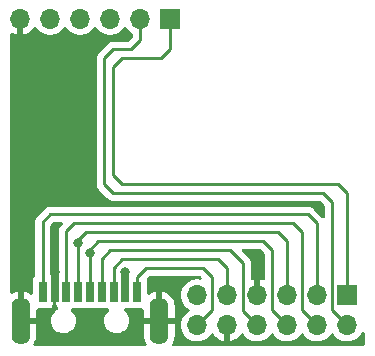
<source format=gtl>
G04 #@! TF.GenerationSoftware,KiCad,Pcbnew,(6.0.4)*
G04 #@! TF.CreationDate,2022-03-24T17:43:08+01:00*
G04 #@! TF.ProjectId,MT32pi-MiSTer,4d543332-7069-42d4-9d69-535465722e6b,rev?*
G04 #@! TF.SameCoordinates,Original*
G04 #@! TF.FileFunction,Copper,L1,Top*
G04 #@! TF.FilePolarity,Positive*
%FSLAX46Y46*%
G04 Gerber Fmt 4.6, Leading zero omitted, Abs format (unit mm)*
G04 Created by KiCad (PCBNEW (6.0.4)) date 2022-03-24 17:43:08*
%MOMM*%
%LPD*%
G01*
G04 APERTURE LIST*
G04 #@! TA.AperFunction,SMDPad,CuDef*
%ADD10R,0.700000X1.800000*%
G04 #@! TD*
G04 #@! TA.AperFunction,ComponentPad*
%ADD11O,1.600000X4.000000*%
G04 #@! TD*
G04 #@! TA.AperFunction,ComponentPad*
%ADD12R,1.700000X1.700000*%
G04 #@! TD*
G04 #@! TA.AperFunction,ComponentPad*
%ADD13O,1.700000X1.700000*%
G04 #@! TD*
G04 #@! TA.AperFunction,ViaPad*
%ADD14C,0.800000*%
G04 #@! TD*
G04 #@! TA.AperFunction,Conductor*
%ADD15C,0.250000*%
G04 #@! TD*
G04 #@! TA.AperFunction,Conductor*
%ADD16C,0.700000*%
G04 #@! TD*
G04 APERTURE END LIST*
D10*
X157750000Y-107400000D03*
X155750000Y-107400000D03*
X153750000Y-107400000D03*
X151750000Y-107400000D03*
X150750000Y-107400000D03*
X152750000Y-107400000D03*
X154750000Y-107400000D03*
X156750000Y-107400000D03*
X158750000Y-107400000D03*
D11*
X160600000Y-109850000D03*
X148900000Y-109850000D03*
D12*
X176530000Y-107696000D03*
D13*
X176530000Y-110236000D03*
X173990000Y-107696000D03*
X173990000Y-110236000D03*
X171450000Y-107696000D03*
X171450000Y-110236000D03*
X168910000Y-107696000D03*
X168910000Y-110236000D03*
X166370000Y-107696000D03*
X166370000Y-110236000D03*
X163830000Y-107696000D03*
X163830000Y-110236000D03*
D12*
X161530000Y-84280000D03*
D13*
X158990000Y-84280000D03*
X156450000Y-84280000D03*
X153910000Y-84280000D03*
X151370000Y-84280000D03*
X148830000Y-84280000D03*
D14*
X157750000Y-105750000D03*
X154750000Y-104076000D03*
X154800000Y-87600000D03*
X168900000Y-104400000D03*
X154800000Y-93600000D03*
X154800000Y-96600000D03*
X174000000Y-100100000D03*
X148500000Y-87600000D03*
X151750000Y-105750000D03*
X148500000Y-96600000D03*
X148500000Y-102600000D03*
X154800000Y-90600000D03*
X148500000Y-90600000D03*
X153750000Y-103298000D03*
X148500000Y-93600000D03*
X154800000Y-99600000D03*
X148500000Y-99600000D03*
D15*
X154750000Y-107400000D02*
X154750000Y-104076000D01*
X153750000Y-103298000D02*
X153750000Y-103044000D01*
X158990000Y-86092000D02*
X158990000Y-84280000D01*
X154750000Y-103822000D02*
X155448000Y-103124000D01*
D16*
X151750000Y-107400000D02*
X151750000Y-105750000D01*
D15*
X176530000Y-110236000D02*
X175260000Y-108966000D01*
X156718000Y-97536000D02*
X156718000Y-88392000D01*
X175768000Y-98298000D02*
X157480000Y-98298000D01*
X170180000Y-103886000D02*
X170180000Y-108966000D01*
D16*
X157750000Y-107400000D02*
X157750000Y-105750000D01*
D15*
X155956000Y-98298000D02*
X155956000Y-87630000D01*
X156718000Y-86868000D02*
X158242000Y-86868000D01*
X175260000Y-99822000D02*
X174498000Y-99060000D01*
X154432000Y-102362000D02*
X170688000Y-102362000D01*
X159004000Y-86106000D02*
X158990000Y-86092000D01*
X156718000Y-99060000D02*
X155956000Y-98298000D01*
X176530000Y-99060000D02*
X175768000Y-98298000D01*
X161544000Y-86868000D02*
X161530000Y-86854000D01*
X160782000Y-87630000D02*
X161544000Y-86868000D01*
X170688000Y-102362000D02*
X171450000Y-103124000D01*
X169418000Y-103124000D02*
X170180000Y-103886000D01*
X155448000Y-103124000D02*
X169418000Y-103124000D01*
X171450000Y-103124000D02*
X171450000Y-107696000D01*
X157480000Y-87630000D02*
X160782000Y-87630000D01*
X158242000Y-86868000D02*
X159004000Y-86106000D01*
X153750000Y-107400000D02*
X153750000Y-103298000D01*
X174498000Y-99060000D02*
X156718000Y-99060000D01*
X155956000Y-87630000D02*
X156718000Y-86868000D01*
X175260000Y-108966000D02*
X175260000Y-99822000D01*
X170180000Y-108966000D02*
X171450000Y-110236000D01*
X156718000Y-88392000D02*
X157480000Y-87630000D01*
X157480000Y-98298000D02*
X156718000Y-97536000D01*
X161530000Y-86854000D02*
X161530000Y-84280000D01*
X153750000Y-103044000D02*
X154432000Y-102362000D01*
X176530000Y-107696000D02*
X176530000Y-99060000D01*
X154750000Y-104076000D02*
X154750000Y-103822000D01*
X171958000Y-101600000D02*
X172720000Y-102362000D01*
X172720000Y-102362000D02*
X172720000Y-108966000D01*
X173228000Y-100838000D02*
X173990000Y-101600000D01*
X153416000Y-101600000D02*
X171958000Y-101600000D01*
X155750000Y-104600000D02*
X156464000Y-103886000D01*
X167735489Y-109061489D02*
X168910000Y-110236000D01*
X152750000Y-102266000D02*
X153416000Y-101600000D01*
X152750000Y-107400000D02*
X152750000Y-102266000D01*
X150750000Y-101472000D02*
X151384000Y-100838000D01*
X158750000Y-106172000D02*
X159512000Y-105410000D01*
X166624000Y-103886000D02*
X167735489Y-104997489D01*
X165100000Y-106172000D02*
X165100000Y-108966000D01*
X164338000Y-105410000D02*
X165100000Y-106172000D01*
X173990000Y-101600000D02*
X173990000Y-107696000D01*
X166370000Y-105410000D02*
X166370000Y-107696000D01*
X165608000Y-104648000D02*
X166370000Y-105410000D01*
X156750000Y-105378000D02*
X157480000Y-104648000D01*
X158750000Y-107400000D02*
X158750000Y-106172000D01*
X150750000Y-107400000D02*
X150750000Y-101472000D01*
X151384000Y-100838000D02*
X173228000Y-100838000D01*
X172720000Y-108966000D02*
X173990000Y-110236000D01*
X167735489Y-104997489D02*
X167735489Y-109061489D01*
X156750000Y-107400000D02*
X156750000Y-105378000D01*
X156464000Y-103886000D02*
X166624000Y-103886000D01*
X159512000Y-105410000D02*
X164338000Y-105410000D01*
X165100000Y-108966000D02*
X163830000Y-110236000D01*
X155750000Y-107400000D02*
X155750000Y-104600000D01*
X157480000Y-104648000D02*
X165608000Y-104648000D01*
G04 #@! TA.AperFunction,Conductor*
G36*
X149026121Y-84046002D02*
G01*
X149072614Y-84099658D01*
X149084000Y-84152000D01*
X149084000Y-85598517D01*
X149088064Y-85612359D01*
X149101478Y-85614393D01*
X149108184Y-85613534D01*
X149118262Y-85611392D01*
X149322255Y-85550191D01*
X149331842Y-85546433D01*
X149523095Y-85452739D01*
X149531945Y-85447464D01*
X149705328Y-85323792D01*
X149713200Y-85317139D01*
X149864052Y-85166812D01*
X149870730Y-85158965D01*
X149998022Y-84981819D01*
X149999279Y-84982722D01*
X150046373Y-84939362D01*
X150116311Y-84927145D01*
X150181751Y-84954678D01*
X150209579Y-84986511D01*
X150269987Y-85085088D01*
X150416250Y-85253938D01*
X150588126Y-85396632D01*
X150781000Y-85509338D01*
X150989692Y-85589030D01*
X150994760Y-85590061D01*
X150994763Y-85590062D01*
X151089862Y-85609410D01*
X151208597Y-85633567D01*
X151213772Y-85633757D01*
X151213774Y-85633757D01*
X151426673Y-85641564D01*
X151426677Y-85641564D01*
X151431837Y-85641753D01*
X151436957Y-85641097D01*
X151436959Y-85641097D01*
X151648288Y-85614025D01*
X151648289Y-85614025D01*
X151653416Y-85613368D01*
X151658366Y-85611883D01*
X151862429Y-85550661D01*
X151862434Y-85550659D01*
X151867384Y-85549174D01*
X152067994Y-85450896D01*
X152249860Y-85321173D01*
X152408096Y-85163489D01*
X152538453Y-84982077D01*
X152539776Y-84983028D01*
X152586645Y-84939857D01*
X152656580Y-84927625D01*
X152722026Y-84955144D01*
X152749875Y-84986994D01*
X152809987Y-85085088D01*
X152956250Y-85253938D01*
X153128126Y-85396632D01*
X153321000Y-85509338D01*
X153529692Y-85589030D01*
X153534760Y-85590061D01*
X153534763Y-85590062D01*
X153629862Y-85609410D01*
X153748597Y-85633567D01*
X153753772Y-85633757D01*
X153753774Y-85633757D01*
X153966673Y-85641564D01*
X153966677Y-85641564D01*
X153971837Y-85641753D01*
X153976957Y-85641097D01*
X153976959Y-85641097D01*
X154188288Y-85614025D01*
X154188289Y-85614025D01*
X154193416Y-85613368D01*
X154198366Y-85611883D01*
X154402429Y-85550661D01*
X154402434Y-85550659D01*
X154407384Y-85549174D01*
X154607994Y-85450896D01*
X154789860Y-85321173D01*
X154948096Y-85163489D01*
X155078453Y-84982077D01*
X155079776Y-84983028D01*
X155126645Y-84939857D01*
X155196580Y-84927625D01*
X155262026Y-84955144D01*
X155289875Y-84986994D01*
X155349987Y-85085088D01*
X155496250Y-85253938D01*
X155668126Y-85396632D01*
X155861000Y-85509338D01*
X156069692Y-85589030D01*
X156074760Y-85590061D01*
X156074763Y-85590062D01*
X156169862Y-85609410D01*
X156288597Y-85633567D01*
X156293772Y-85633757D01*
X156293774Y-85633757D01*
X156506673Y-85641564D01*
X156506677Y-85641564D01*
X156511837Y-85641753D01*
X156516957Y-85641097D01*
X156516959Y-85641097D01*
X156728288Y-85614025D01*
X156728289Y-85614025D01*
X156733416Y-85613368D01*
X156738366Y-85611883D01*
X156942429Y-85550661D01*
X156942434Y-85550659D01*
X156947384Y-85549174D01*
X157147994Y-85450896D01*
X157329860Y-85321173D01*
X157488096Y-85163489D01*
X157618453Y-84982077D01*
X157619776Y-84983028D01*
X157666645Y-84939857D01*
X157736580Y-84927625D01*
X157802026Y-84955144D01*
X157829875Y-84986994D01*
X157889987Y-85085088D01*
X158036250Y-85253938D01*
X158208126Y-85396632D01*
X158212593Y-85399242D01*
X158294070Y-85446853D01*
X158342794Y-85498491D01*
X158356500Y-85555641D01*
X158356500Y-85805405D01*
X158336498Y-85873526D01*
X158319595Y-85894501D01*
X158016499Y-86197596D01*
X157954187Y-86231621D01*
X157927404Y-86234500D01*
X156796768Y-86234500D01*
X156785585Y-86233973D01*
X156778092Y-86232298D01*
X156770166Y-86232547D01*
X156770165Y-86232547D01*
X156710002Y-86234438D01*
X156706044Y-86234500D01*
X156678144Y-86234500D01*
X156674154Y-86235004D01*
X156662320Y-86235936D01*
X156618111Y-86237326D01*
X156610497Y-86239538D01*
X156610492Y-86239539D01*
X156598659Y-86242977D01*
X156579296Y-86246988D01*
X156559203Y-86249526D01*
X156551836Y-86252443D01*
X156551831Y-86252444D01*
X156518092Y-86265802D01*
X156506865Y-86269646D01*
X156464407Y-86281982D01*
X156457581Y-86286019D01*
X156446972Y-86292293D01*
X156429224Y-86300988D01*
X156410383Y-86308448D01*
X156403967Y-86313110D01*
X156403966Y-86313110D01*
X156374613Y-86334436D01*
X156364693Y-86340952D01*
X156333465Y-86359420D01*
X156333462Y-86359422D01*
X156326638Y-86363458D01*
X156312317Y-86377779D01*
X156297284Y-86390619D01*
X156280893Y-86402528D01*
X156257305Y-86431041D01*
X156252712Y-86436593D01*
X156244722Y-86445374D01*
X155563742Y-87126353D01*
X155555463Y-87133887D01*
X155548982Y-87138000D01*
X155502357Y-87187651D01*
X155499602Y-87190493D01*
X155479865Y-87210230D01*
X155477385Y-87213427D01*
X155469682Y-87222447D01*
X155439414Y-87254679D01*
X155435595Y-87261625D01*
X155435593Y-87261628D01*
X155429652Y-87272434D01*
X155418801Y-87288953D01*
X155406386Y-87304959D01*
X155403241Y-87312228D01*
X155403238Y-87312232D01*
X155388826Y-87345537D01*
X155383609Y-87356187D01*
X155362305Y-87394940D01*
X155360334Y-87402615D01*
X155360334Y-87402616D01*
X155357267Y-87414562D01*
X155350863Y-87433266D01*
X155342819Y-87451855D01*
X155341580Y-87459678D01*
X155341577Y-87459688D01*
X155335901Y-87495524D01*
X155333495Y-87507144D01*
X155322500Y-87549970D01*
X155322500Y-87570224D01*
X155320949Y-87589934D01*
X155317780Y-87609943D01*
X155318526Y-87617835D01*
X155321941Y-87653961D01*
X155322500Y-87665819D01*
X155322500Y-98219233D01*
X155321973Y-98230416D01*
X155320298Y-98237909D01*
X155320547Y-98245835D01*
X155320547Y-98245836D01*
X155322438Y-98305986D01*
X155322500Y-98309945D01*
X155322500Y-98337856D01*
X155322997Y-98341790D01*
X155322997Y-98341791D01*
X155323005Y-98341856D01*
X155323938Y-98353693D01*
X155325327Y-98397889D01*
X155330978Y-98417339D01*
X155334987Y-98436700D01*
X155337526Y-98456797D01*
X155340445Y-98464168D01*
X155340445Y-98464170D01*
X155353804Y-98497912D01*
X155357649Y-98509142D01*
X155369982Y-98551593D01*
X155374015Y-98558412D01*
X155374017Y-98558417D01*
X155380293Y-98569028D01*
X155388988Y-98586776D01*
X155396448Y-98605617D01*
X155401110Y-98612033D01*
X155401110Y-98612034D01*
X155422436Y-98641387D01*
X155428952Y-98651307D01*
X155439202Y-98668638D01*
X155451458Y-98689362D01*
X155465779Y-98703683D01*
X155478619Y-98718716D01*
X155490528Y-98735107D01*
X155520321Y-98759754D01*
X155524593Y-98763288D01*
X155533374Y-98771278D01*
X156214353Y-99452258D01*
X156221887Y-99460537D01*
X156226000Y-99467018D01*
X156233231Y-99473808D01*
X156275651Y-99513643D01*
X156278493Y-99516398D01*
X156298230Y-99536135D01*
X156301427Y-99538615D01*
X156310447Y-99546318D01*
X156342679Y-99576586D01*
X156349625Y-99580405D01*
X156349628Y-99580407D01*
X156360434Y-99586348D01*
X156376953Y-99597199D01*
X156392959Y-99609614D01*
X156400228Y-99612759D01*
X156400232Y-99612762D01*
X156433537Y-99627174D01*
X156444187Y-99632391D01*
X156482940Y-99653695D01*
X156490615Y-99655666D01*
X156490616Y-99655666D01*
X156502562Y-99658733D01*
X156521267Y-99665137D01*
X156539855Y-99673181D01*
X156547678Y-99674420D01*
X156547688Y-99674423D01*
X156583524Y-99680099D01*
X156595144Y-99682505D01*
X156630289Y-99691528D01*
X156637970Y-99693500D01*
X156658224Y-99693500D01*
X156677934Y-99695051D01*
X156697943Y-99698220D01*
X156705835Y-99697474D01*
X156741961Y-99694059D01*
X156753819Y-99693500D01*
X174183405Y-99693500D01*
X174251526Y-99713502D01*
X174272501Y-99730405D01*
X174589596Y-100047501D01*
X174623621Y-100109813D01*
X174626500Y-100136596D01*
X174626500Y-101036405D01*
X174606498Y-101104526D01*
X174552842Y-101151019D01*
X174482568Y-101161123D01*
X174417988Y-101131629D01*
X174411404Y-101125500D01*
X173731647Y-100445742D01*
X173724113Y-100437463D01*
X173720000Y-100430982D01*
X173670348Y-100384356D01*
X173667507Y-100381602D01*
X173647770Y-100361865D01*
X173644573Y-100359385D01*
X173635551Y-100351680D01*
X173622116Y-100339064D01*
X173603321Y-100321414D01*
X173596375Y-100317595D01*
X173596372Y-100317593D01*
X173585566Y-100311652D01*
X173569047Y-100300801D01*
X173568583Y-100300441D01*
X173553041Y-100288386D01*
X173545772Y-100285241D01*
X173545768Y-100285238D01*
X173512463Y-100270826D01*
X173501813Y-100265609D01*
X173463060Y-100244305D01*
X173443437Y-100239267D01*
X173424734Y-100232863D01*
X173413420Y-100227967D01*
X173413419Y-100227967D01*
X173406145Y-100224819D01*
X173398322Y-100223580D01*
X173398312Y-100223577D01*
X173362476Y-100217901D01*
X173350856Y-100215495D01*
X173315711Y-100206472D01*
X173315710Y-100206472D01*
X173308030Y-100204500D01*
X173287776Y-100204500D01*
X173268065Y-100202949D01*
X173265534Y-100202548D01*
X173248057Y-100199780D01*
X173240165Y-100200526D01*
X173204039Y-100203941D01*
X173192181Y-100204500D01*
X151462763Y-100204500D01*
X151451579Y-100203973D01*
X151444091Y-100202299D01*
X151436168Y-100202548D01*
X151376033Y-100204438D01*
X151372075Y-100204500D01*
X151344144Y-100204500D01*
X151340229Y-100204995D01*
X151340225Y-100204995D01*
X151340167Y-100205003D01*
X151340138Y-100205006D01*
X151328296Y-100205939D01*
X151284110Y-100207327D01*
X151266744Y-100212372D01*
X151264658Y-100212978D01*
X151245306Y-100216986D01*
X151233068Y-100218532D01*
X151233066Y-100218533D01*
X151225203Y-100219526D01*
X151184086Y-100235806D01*
X151172885Y-100239641D01*
X151130406Y-100251982D01*
X151123587Y-100256015D01*
X151123582Y-100256017D01*
X151112971Y-100262293D01*
X151095221Y-100270990D01*
X151076383Y-100278448D01*
X151069967Y-100283109D01*
X151069966Y-100283110D01*
X151040625Y-100304428D01*
X151030701Y-100310947D01*
X150999460Y-100329422D01*
X150999455Y-100329426D01*
X150992637Y-100333458D01*
X150978313Y-100347782D01*
X150963281Y-100360621D01*
X150946893Y-100372528D01*
X150918712Y-100406593D01*
X150910722Y-100415373D01*
X150357747Y-100968348D01*
X150349461Y-100975888D01*
X150342982Y-100980000D01*
X150337557Y-100985777D01*
X150296357Y-101029651D01*
X150293602Y-101032493D01*
X150273865Y-101052230D01*
X150271385Y-101055427D01*
X150263682Y-101064447D01*
X150233414Y-101096679D01*
X150229595Y-101103625D01*
X150229593Y-101103628D01*
X150223652Y-101114434D01*
X150212801Y-101130953D01*
X150200386Y-101146959D01*
X150197241Y-101154228D01*
X150197238Y-101154232D01*
X150182826Y-101187537D01*
X150177609Y-101198187D01*
X150156305Y-101236940D01*
X150154334Y-101244615D01*
X150154334Y-101244616D01*
X150151267Y-101256562D01*
X150144863Y-101275266D01*
X150136819Y-101293855D01*
X150135580Y-101301678D01*
X150135577Y-101301688D01*
X150129901Y-101337524D01*
X150127495Y-101349144D01*
X150116500Y-101391970D01*
X150116500Y-101412224D01*
X150114949Y-101431934D01*
X150111780Y-101451943D01*
X150112526Y-101459835D01*
X150115941Y-101495961D01*
X150116500Y-101507819D01*
X150116500Y-106013934D01*
X150096498Y-106082055D01*
X150066068Y-106114758D01*
X150036739Y-106136739D01*
X149949385Y-106253295D01*
X149898255Y-106389684D01*
X149891500Y-106451866D01*
X149891500Y-107505439D01*
X149871498Y-107573560D01*
X149817842Y-107620053D01*
X149747568Y-107630157D01*
X149693229Y-107608652D01*
X149561007Y-107516069D01*
X149551511Y-107510586D01*
X149354053Y-107418510D01*
X149343761Y-107414764D01*
X149171497Y-107368606D01*
X149157401Y-107368942D01*
X149154000Y-107376884D01*
X149154000Y-109577885D01*
X149158475Y-109593124D01*
X149159865Y-109594329D01*
X149167548Y-109596000D01*
X150189885Y-109596000D01*
X150205124Y-109591525D01*
X150206329Y-109590135D01*
X150208000Y-109582452D01*
X150208000Y-108933300D01*
X150228002Y-108865179D01*
X150281658Y-108818686D01*
X150345045Y-108808454D01*
X150345072Y-108807947D01*
X150347403Y-108808073D01*
X150347618Y-108808039D01*
X150351866Y-108808500D01*
X151148134Y-108808500D01*
X151152056Y-108808074D01*
X151156133Y-108807631D01*
X151210316Y-108801745D01*
X151217716Y-108798971D01*
X151221942Y-108797966D01*
X151280239Y-108797966D01*
X151297646Y-108802105D01*
X151348514Y-108807631D01*
X151355328Y-108808000D01*
X151477885Y-108808000D01*
X151493124Y-108803525D01*
X151494329Y-108802135D01*
X151496000Y-108794452D01*
X151496000Y-108661553D01*
X151516002Y-108593432D01*
X151521174Y-108585988D01*
X151545229Y-108553891D01*
X151550615Y-108546705D01*
X151601745Y-108410316D01*
X151608500Y-108348134D01*
X151608500Y-106451866D01*
X151601745Y-106389684D01*
X151550615Y-106253295D01*
X151521174Y-106214012D01*
X151496326Y-106147506D01*
X151496000Y-106138447D01*
X151496000Y-106010116D01*
X151491525Y-105994877D01*
X151490135Y-105993672D01*
X151482718Y-105992059D01*
X151420406Y-105958035D01*
X151386380Y-105895723D01*
X151383500Y-105868938D01*
X151383500Y-101786594D01*
X151403502Y-101718473D01*
X151420405Y-101697499D01*
X151609499Y-101508405D01*
X151671811Y-101474379D01*
X151698594Y-101471500D01*
X152344405Y-101471500D01*
X152412526Y-101491502D01*
X152459019Y-101545158D01*
X152469123Y-101615432D01*
X152439629Y-101680012D01*
X152433500Y-101686595D01*
X152357747Y-101762348D01*
X152349461Y-101769888D01*
X152342982Y-101774000D01*
X152337557Y-101779777D01*
X152296357Y-101823651D01*
X152293602Y-101826493D01*
X152273865Y-101846230D01*
X152271385Y-101849427D01*
X152263682Y-101858447D01*
X152233414Y-101890679D01*
X152229595Y-101897625D01*
X152229593Y-101897628D01*
X152223652Y-101908434D01*
X152212801Y-101924953D01*
X152200386Y-101940959D01*
X152197241Y-101948228D01*
X152197238Y-101948232D01*
X152182826Y-101981537D01*
X152177609Y-101992187D01*
X152156305Y-102030940D01*
X152154334Y-102038615D01*
X152154334Y-102038616D01*
X152151267Y-102050562D01*
X152144863Y-102069266D01*
X152136819Y-102087855D01*
X152135580Y-102095678D01*
X152135577Y-102095688D01*
X152129901Y-102131524D01*
X152127495Y-102143144D01*
X152116500Y-102185970D01*
X152116500Y-102206224D01*
X152114949Y-102225934D01*
X152111780Y-102245943D01*
X152112526Y-102253835D01*
X152115941Y-102289961D01*
X152116500Y-102301819D01*
X152116500Y-105869964D01*
X152096498Y-105938085D01*
X152042842Y-105984578D01*
X152025998Y-105990860D01*
X152006876Y-105996475D01*
X152005671Y-105997865D01*
X152004000Y-106005548D01*
X152004000Y-106138447D01*
X151983998Y-106206568D01*
X151978826Y-106214012D01*
X151949385Y-106253295D01*
X151898255Y-106389684D01*
X151891500Y-106451866D01*
X151891500Y-108348134D01*
X151898255Y-108410316D01*
X151949385Y-108546705D01*
X151954771Y-108553891D01*
X151978826Y-108585988D01*
X152003674Y-108652494D01*
X152004000Y-108661553D01*
X152004000Y-108789882D01*
X152006806Y-108799438D01*
X152006806Y-108870434D01*
X151968423Y-108930161D01*
X151945064Y-108946188D01*
X151916847Y-108961191D01*
X151916845Y-108961192D01*
X151911401Y-108964087D01*
X151892678Y-108979357D01*
X151755311Y-109091390D01*
X151755308Y-109091393D01*
X151750536Y-109095285D01*
X151746608Y-109100033D01*
X151746607Y-109100034D01*
X151671891Y-109190350D01*
X151618217Y-109255230D01*
X151615288Y-109260647D01*
X151615286Y-109260650D01*
X151522416Y-109432410D01*
X151522414Y-109432415D01*
X151519486Y-109437830D01*
X151458102Y-109636129D01*
X151457458Y-109642254D01*
X151457458Y-109642255D01*
X151444001Y-109770297D01*
X151436404Y-109842575D01*
X151455218Y-110049303D01*
X151456956Y-110055209D01*
X151456957Y-110055213D01*
X151498853Y-110197562D01*
X151513827Y-110248440D01*
X151609999Y-110432400D01*
X151740071Y-110594177D01*
X151744788Y-110598135D01*
X151744790Y-110598137D01*
X151793007Y-110638596D01*
X151899089Y-110727609D01*
X151904481Y-110730573D01*
X151904485Y-110730576D01*
X151987888Y-110776427D01*
X152080995Y-110827613D01*
X152278861Y-110890379D01*
X152284978Y-110891065D01*
X152284982Y-110891066D01*
X152361598Y-110899659D01*
X152440413Y-110908500D01*
X152552237Y-110908500D01*
X152555293Y-110908200D01*
X152555300Y-110908200D01*
X152700466Y-110893966D01*
X152700469Y-110893965D01*
X152706592Y-110893365D01*
X152848186Y-110850616D01*
X152899407Y-110835152D01*
X152899410Y-110835151D01*
X152905315Y-110833368D01*
X152912635Y-110829476D01*
X153083153Y-110738809D01*
X153083155Y-110738808D01*
X153088599Y-110735913D01*
X153195870Y-110648425D01*
X153244689Y-110608610D01*
X153244692Y-110608607D01*
X153249464Y-110604715D01*
X153381783Y-110444770D01*
X153385876Y-110437201D01*
X153477584Y-110267590D01*
X153477586Y-110267585D01*
X153480514Y-110262170D01*
X153541898Y-110063871D01*
X153543429Y-110049303D01*
X153562952Y-109863554D01*
X153562952Y-109863552D01*
X153563596Y-109857425D01*
X153544782Y-109650697D01*
X153542298Y-109642255D01*
X153487912Y-109457469D01*
X153486173Y-109451560D01*
X153390001Y-109267600D01*
X153259929Y-109105823D01*
X153255211Y-109101864D01*
X153255205Y-109101858D01*
X153157678Y-109020023D01*
X153118351Y-108960914D01*
X153117225Y-108889926D01*
X153154656Y-108829599D01*
X153207321Y-108802070D01*
X153210316Y-108801745D01*
X153217713Y-108798972D01*
X153220855Y-108798225D01*
X153279146Y-108798225D01*
X153282285Y-108798971D01*
X153289684Y-108801745D01*
X153343867Y-108807631D01*
X153347945Y-108808074D01*
X153351866Y-108808500D01*
X154148134Y-108808500D01*
X154152056Y-108808074D01*
X154156133Y-108807631D01*
X154210316Y-108801745D01*
X154217715Y-108798971D01*
X154220854Y-108798225D01*
X154279146Y-108798225D01*
X154282285Y-108798971D01*
X154289684Y-108801745D01*
X154343867Y-108807631D01*
X154347945Y-108808074D01*
X154351866Y-108808500D01*
X155148134Y-108808500D01*
X155152056Y-108808074D01*
X155156133Y-108807631D01*
X155210316Y-108801745D01*
X155217715Y-108798971D01*
X155220854Y-108798225D01*
X155279146Y-108798225D01*
X155282285Y-108798971D01*
X155289684Y-108801745D01*
X155343867Y-108807631D01*
X155347945Y-108808074D01*
X155351866Y-108808500D01*
X156148134Y-108808500D01*
X156152056Y-108808074D01*
X156156133Y-108807631D01*
X156210316Y-108801745D01*
X156217715Y-108798971D01*
X156220854Y-108798225D01*
X156279142Y-108798224D01*
X156282285Y-108798971D01*
X156289684Y-108801745D01*
X156292711Y-108802074D01*
X156352488Y-108836221D01*
X156385310Y-108899175D01*
X156378886Y-108969880D01*
X156341334Y-109021232D01*
X156255311Y-109091390D01*
X156255308Y-109091393D01*
X156250536Y-109095285D01*
X156246608Y-109100033D01*
X156246607Y-109100034D01*
X156171891Y-109190350D01*
X156118217Y-109255230D01*
X156115288Y-109260647D01*
X156115286Y-109260650D01*
X156022416Y-109432410D01*
X156022414Y-109432415D01*
X156019486Y-109437830D01*
X155958102Y-109636129D01*
X155957458Y-109642254D01*
X155957458Y-109642255D01*
X155944001Y-109770297D01*
X155936404Y-109842575D01*
X155955218Y-110049303D01*
X155956956Y-110055209D01*
X155956957Y-110055213D01*
X155998853Y-110197562D01*
X156013827Y-110248440D01*
X156109999Y-110432400D01*
X156240071Y-110594177D01*
X156244788Y-110598135D01*
X156244790Y-110598137D01*
X156293007Y-110638596D01*
X156399089Y-110727609D01*
X156404481Y-110730573D01*
X156404485Y-110730576D01*
X156487888Y-110776427D01*
X156580995Y-110827613D01*
X156778861Y-110890379D01*
X156784978Y-110891065D01*
X156784982Y-110891066D01*
X156861598Y-110899659D01*
X156940413Y-110908500D01*
X157052237Y-110908500D01*
X157055293Y-110908200D01*
X157055300Y-110908200D01*
X157200466Y-110893966D01*
X157200469Y-110893965D01*
X157206592Y-110893365D01*
X157348186Y-110850616D01*
X157399407Y-110835152D01*
X157399410Y-110835151D01*
X157405315Y-110833368D01*
X157412635Y-110829476D01*
X157583153Y-110738809D01*
X157583155Y-110738808D01*
X157588599Y-110735913D01*
X157695870Y-110648425D01*
X157744689Y-110608610D01*
X157744692Y-110608607D01*
X157749464Y-110604715D01*
X157881783Y-110444770D01*
X157885876Y-110437201D01*
X157977584Y-110267590D01*
X157977586Y-110267585D01*
X157980514Y-110262170D01*
X158041898Y-110063871D01*
X158043429Y-110049303D01*
X158062952Y-109863554D01*
X158062952Y-109863552D01*
X158063596Y-109857425D01*
X158044782Y-109650697D01*
X158042298Y-109642255D01*
X157987912Y-109457469D01*
X157986173Y-109451560D01*
X157890001Y-109267600D01*
X157759929Y-109105823D01*
X157755211Y-109101864D01*
X157755205Y-109101858D01*
X157670785Y-109031021D01*
X157631458Y-108971912D01*
X157630332Y-108900924D01*
X157667763Y-108840597D01*
X157731868Y-108810083D01*
X157751776Y-108808500D01*
X158148134Y-108808500D01*
X158152056Y-108808074D01*
X158156133Y-108807631D01*
X158210316Y-108801745D01*
X158217715Y-108798971D01*
X158220854Y-108798225D01*
X158279146Y-108798225D01*
X158282285Y-108798971D01*
X158289684Y-108801745D01*
X158343867Y-108807631D01*
X158347945Y-108808074D01*
X158351866Y-108808500D01*
X159148134Y-108808500D01*
X159152382Y-108808039D01*
X159152581Y-108808074D01*
X159154928Y-108807947D01*
X159154958Y-108808500D01*
X159222263Y-108820559D01*
X159274284Y-108868875D01*
X159292000Y-108933300D01*
X159292000Y-109577885D01*
X159296475Y-109593124D01*
X159297865Y-109594329D01*
X159305548Y-109596000D01*
X160327885Y-109596000D01*
X160343124Y-109591525D01*
X160344329Y-109590135D01*
X160346000Y-109582452D01*
X160346000Y-109577885D01*
X160854000Y-109577885D01*
X160858475Y-109593124D01*
X160859865Y-109594329D01*
X160867548Y-109596000D01*
X161889885Y-109596000D01*
X161905124Y-109591525D01*
X161906329Y-109590135D01*
X161908000Y-109582452D01*
X161908000Y-108595635D01*
X161907762Y-108590170D01*
X161893528Y-108427481D01*
X161891625Y-108416688D01*
X161835236Y-108206239D01*
X161831490Y-108195947D01*
X161739414Y-107998489D01*
X161733931Y-107988993D01*
X161608972Y-107810533D01*
X161601916Y-107802125D01*
X161447875Y-107648084D01*
X161439467Y-107641028D01*
X161261007Y-107516069D01*
X161251511Y-107510586D01*
X161054053Y-107418510D01*
X161043761Y-107414764D01*
X160871497Y-107368606D01*
X160857401Y-107368942D01*
X160854000Y-107376884D01*
X160854000Y-109577885D01*
X160346000Y-109577885D01*
X160346000Y-107382033D01*
X160342027Y-107368502D01*
X160333478Y-107367273D01*
X160156239Y-107414764D01*
X160145947Y-107418510D01*
X159948489Y-107510586D01*
X159938993Y-107516069D01*
X159806771Y-107608652D01*
X159739497Y-107631340D01*
X159670636Y-107614055D01*
X159622052Y-107562285D01*
X159608500Y-107505439D01*
X159608500Y-106451866D01*
X159604714Y-106417016D01*
X159602598Y-106397534D01*
X159602598Y-106397532D01*
X159601745Y-106389684D01*
X159582907Y-106339433D01*
X159577724Y-106268629D01*
X159611794Y-106206111D01*
X159737500Y-106080405D01*
X159799812Y-106046379D01*
X159826595Y-106043500D01*
X164023405Y-106043500D01*
X164091526Y-106063502D01*
X164112500Y-106080405D01*
X164177000Y-106144905D01*
X164211026Y-106207217D01*
X164205961Y-106278032D01*
X164163414Y-106334868D01*
X164096894Y-106359679D01*
X164065809Y-106358047D01*
X163963373Y-106339800D01*
X163963367Y-106339799D01*
X163958284Y-106338894D01*
X163884452Y-106337992D01*
X163740081Y-106336228D01*
X163740079Y-106336228D01*
X163734911Y-106336165D01*
X163514091Y-106369955D01*
X163301756Y-106439357D01*
X163228757Y-106477358D01*
X163177836Y-106503866D01*
X163103607Y-106542507D01*
X163099474Y-106545610D01*
X163099471Y-106545612D01*
X163027972Y-106599295D01*
X162924965Y-106676635D01*
X162770629Y-106838138D01*
X162644743Y-107022680D01*
X162550688Y-107225305D01*
X162490989Y-107440570D01*
X162467251Y-107662695D01*
X162480110Y-107885715D01*
X162481247Y-107890761D01*
X162481248Y-107890767D01*
X162492031Y-107938614D01*
X162529222Y-108103639D01*
X162613266Y-108310616D01*
X162729987Y-108501088D01*
X162876250Y-108669938D01*
X162973426Y-108750615D01*
X163043094Y-108808454D01*
X163048126Y-108812632D01*
X163118595Y-108853811D01*
X163121445Y-108855476D01*
X163170169Y-108907114D01*
X163183240Y-108976897D01*
X163156509Y-109042669D01*
X163116055Y-109076027D01*
X163103607Y-109082507D01*
X163099474Y-109085610D01*
X163099471Y-109085612D01*
X162975567Y-109178642D01*
X162924965Y-109216635D01*
X162770629Y-109378138D01*
X162767715Y-109382410D01*
X162767714Y-109382411D01*
X162688458Y-109498596D01*
X162644743Y-109562680D01*
X162550688Y-109765305D01*
X162490989Y-109980570D01*
X162467251Y-110202695D01*
X162467548Y-110207848D01*
X162467548Y-110207851D01*
X162470203Y-110253899D01*
X162480110Y-110425715D01*
X162481247Y-110430761D01*
X162481248Y-110430767D01*
X162484404Y-110444770D01*
X162529222Y-110643639D01*
X162567461Y-110737811D01*
X162603926Y-110827613D01*
X162613266Y-110850616D01*
X162664019Y-110933438D01*
X162727291Y-111036688D01*
X162729987Y-111041088D01*
X162876250Y-111209938D01*
X163048126Y-111352632D01*
X163241000Y-111465338D01*
X163449692Y-111545030D01*
X163454760Y-111546061D01*
X163454763Y-111546062D01*
X163549862Y-111565410D01*
X163668597Y-111589567D01*
X163673772Y-111589757D01*
X163673774Y-111589757D01*
X163886673Y-111597564D01*
X163886677Y-111597564D01*
X163891837Y-111597753D01*
X163896957Y-111597097D01*
X163896959Y-111597097D01*
X164108288Y-111570025D01*
X164108289Y-111570025D01*
X164113416Y-111569368D01*
X164118366Y-111567883D01*
X164322429Y-111506661D01*
X164322434Y-111506659D01*
X164327384Y-111505174D01*
X164527994Y-111406896D01*
X164709860Y-111277173D01*
X164714531Y-111272519D01*
X164864435Y-111123137D01*
X164868096Y-111119489D01*
X164927594Y-111036689D01*
X164998453Y-110938077D01*
X164999640Y-110938930D01*
X165046960Y-110895362D01*
X165116897Y-110883145D01*
X165182338Y-110910678D01*
X165210166Y-110942511D01*
X165267694Y-111036388D01*
X165273777Y-111044699D01*
X165413213Y-111205667D01*
X165420580Y-111212883D01*
X165584434Y-111348916D01*
X165592881Y-111354831D01*
X165776756Y-111462279D01*
X165786042Y-111466729D01*
X165985001Y-111542703D01*
X165994899Y-111545579D01*
X166098250Y-111566606D01*
X166112299Y-111565410D01*
X166116000Y-111555065D01*
X166116000Y-110108000D01*
X166136002Y-110039879D01*
X166189658Y-109993386D01*
X166242000Y-109982000D01*
X166498000Y-109982000D01*
X166566121Y-110002002D01*
X166612614Y-110055658D01*
X166624000Y-110108000D01*
X166624000Y-111554517D01*
X166628064Y-111568359D01*
X166641478Y-111570393D01*
X166648184Y-111569534D01*
X166658262Y-111567392D01*
X166862255Y-111506191D01*
X166871842Y-111502433D01*
X167063095Y-111408739D01*
X167071945Y-111403464D01*
X167245328Y-111279792D01*
X167253200Y-111273139D01*
X167404052Y-111122812D01*
X167410730Y-111114965D01*
X167538022Y-110937819D01*
X167539279Y-110938722D01*
X167586373Y-110895362D01*
X167656311Y-110883145D01*
X167721751Y-110910678D01*
X167749579Y-110942511D01*
X167809987Y-111041088D01*
X167956250Y-111209938D01*
X168128126Y-111352632D01*
X168321000Y-111465338D01*
X168529692Y-111545030D01*
X168534760Y-111546061D01*
X168534763Y-111546062D01*
X168629862Y-111565410D01*
X168748597Y-111589567D01*
X168753772Y-111589757D01*
X168753774Y-111589757D01*
X168966673Y-111597564D01*
X168966677Y-111597564D01*
X168971837Y-111597753D01*
X168976957Y-111597097D01*
X168976959Y-111597097D01*
X169188288Y-111570025D01*
X169188289Y-111570025D01*
X169193416Y-111569368D01*
X169198366Y-111567883D01*
X169402429Y-111506661D01*
X169402434Y-111506659D01*
X169407384Y-111505174D01*
X169607994Y-111406896D01*
X169789860Y-111277173D01*
X169794531Y-111272519D01*
X169944435Y-111123137D01*
X169948096Y-111119489D01*
X170007594Y-111036689D01*
X170078453Y-110938077D01*
X170079776Y-110939028D01*
X170126645Y-110895857D01*
X170196580Y-110883625D01*
X170262026Y-110911144D01*
X170289875Y-110942994D01*
X170349987Y-111041088D01*
X170496250Y-111209938D01*
X170668126Y-111352632D01*
X170861000Y-111465338D01*
X171069692Y-111545030D01*
X171074760Y-111546061D01*
X171074763Y-111546062D01*
X171169862Y-111565410D01*
X171288597Y-111589567D01*
X171293772Y-111589757D01*
X171293774Y-111589757D01*
X171506673Y-111597564D01*
X171506677Y-111597564D01*
X171511837Y-111597753D01*
X171516957Y-111597097D01*
X171516959Y-111597097D01*
X171728288Y-111570025D01*
X171728289Y-111570025D01*
X171733416Y-111569368D01*
X171738366Y-111567883D01*
X171942429Y-111506661D01*
X171942434Y-111506659D01*
X171947384Y-111505174D01*
X172147994Y-111406896D01*
X172329860Y-111277173D01*
X172334531Y-111272519D01*
X172484435Y-111123137D01*
X172488096Y-111119489D01*
X172547594Y-111036689D01*
X172618453Y-110938077D01*
X172619776Y-110939028D01*
X172666645Y-110895857D01*
X172736580Y-110883625D01*
X172802026Y-110911144D01*
X172829875Y-110942994D01*
X172889987Y-111041088D01*
X173036250Y-111209938D01*
X173208126Y-111352632D01*
X173401000Y-111465338D01*
X173609692Y-111545030D01*
X173614760Y-111546061D01*
X173614763Y-111546062D01*
X173709862Y-111565410D01*
X173828597Y-111589567D01*
X173833772Y-111589757D01*
X173833774Y-111589757D01*
X174046673Y-111597564D01*
X174046677Y-111597564D01*
X174051837Y-111597753D01*
X174056957Y-111597097D01*
X174056959Y-111597097D01*
X174268288Y-111570025D01*
X174268289Y-111570025D01*
X174273416Y-111569368D01*
X174278366Y-111567883D01*
X174482429Y-111506661D01*
X174482434Y-111506659D01*
X174487384Y-111505174D01*
X174687994Y-111406896D01*
X174869860Y-111277173D01*
X174874531Y-111272519D01*
X175024435Y-111123137D01*
X175028096Y-111119489D01*
X175087594Y-111036689D01*
X175158453Y-110938077D01*
X175159776Y-110939028D01*
X175206645Y-110895857D01*
X175276580Y-110883625D01*
X175342026Y-110911144D01*
X175369875Y-110942994D01*
X175429987Y-111041088D01*
X175576250Y-111209938D01*
X175748126Y-111352632D01*
X175941000Y-111465338D01*
X176149692Y-111545030D01*
X176154760Y-111546061D01*
X176154763Y-111546062D01*
X176249862Y-111565410D01*
X176368597Y-111589567D01*
X176373772Y-111589757D01*
X176373774Y-111589757D01*
X176586673Y-111597564D01*
X176586677Y-111597564D01*
X176591837Y-111597753D01*
X176596957Y-111597097D01*
X176596959Y-111597097D01*
X176808288Y-111570025D01*
X176808289Y-111570025D01*
X176813416Y-111569368D01*
X176818366Y-111567883D01*
X177022429Y-111506661D01*
X177022434Y-111506659D01*
X177027384Y-111505174D01*
X177227994Y-111406896D01*
X177409860Y-111277173D01*
X177414531Y-111272519D01*
X177564435Y-111123137D01*
X177568096Y-111119489D01*
X177627594Y-111036689D01*
X177695435Y-110942277D01*
X177698453Y-110938077D01*
X177711995Y-110910678D01*
X177752543Y-110828634D01*
X177800657Y-110776427D01*
X177869358Y-110758520D01*
X177936834Y-110780598D01*
X177981662Y-110835652D01*
X177991500Y-110884461D01*
X177991500Y-111865500D01*
X177971498Y-111933621D01*
X177917842Y-111980114D01*
X177865500Y-111991500D01*
X161779571Y-111991500D01*
X161711450Y-111971498D01*
X161664957Y-111917842D01*
X161654853Y-111847568D01*
X161676358Y-111793229D01*
X161733931Y-111711006D01*
X161739414Y-111701511D01*
X161831490Y-111504053D01*
X161835236Y-111493761D01*
X161891625Y-111283312D01*
X161893528Y-111272519D01*
X161907762Y-111109830D01*
X161908000Y-111104365D01*
X161908000Y-110122115D01*
X161903525Y-110106876D01*
X161902135Y-110105671D01*
X161894452Y-110104000D01*
X159310115Y-110104000D01*
X159294876Y-110108475D01*
X159293671Y-110109865D01*
X159292000Y-110117548D01*
X159292000Y-111104365D01*
X159292238Y-111109830D01*
X159306472Y-111272519D01*
X159308375Y-111283312D01*
X159364764Y-111493761D01*
X159368510Y-111504053D01*
X159460586Y-111701511D01*
X159466069Y-111711006D01*
X159523642Y-111793229D01*
X159546330Y-111860503D01*
X159529045Y-111929363D01*
X159477276Y-111977948D01*
X159420429Y-111991500D01*
X150079571Y-111991500D01*
X150011450Y-111971498D01*
X149964957Y-111917842D01*
X149954853Y-111847568D01*
X149976358Y-111793229D01*
X150033931Y-111711006D01*
X150039414Y-111701511D01*
X150131490Y-111504053D01*
X150135236Y-111493761D01*
X150191625Y-111283312D01*
X150193528Y-111272519D01*
X150207762Y-111109830D01*
X150208000Y-111104365D01*
X150208000Y-110122115D01*
X150203525Y-110106876D01*
X150202135Y-110105671D01*
X150194452Y-110104000D01*
X148772000Y-110104000D01*
X148703879Y-110083998D01*
X148657386Y-110030342D01*
X148646000Y-109978000D01*
X148646000Y-107382033D01*
X148642027Y-107368502D01*
X148633478Y-107367273D01*
X148456239Y-107414764D01*
X148445947Y-107418510D01*
X148248489Y-107510586D01*
X148238996Y-107516068D01*
X148206770Y-107538632D01*
X148139496Y-107561319D01*
X148070636Y-107544034D01*
X148022052Y-107492264D01*
X148008500Y-107435418D01*
X148008500Y-85592461D01*
X148028502Y-85524340D01*
X148082158Y-85477847D01*
X148152432Y-85467743D01*
X148198070Y-85483673D01*
X148236756Y-85506279D01*
X148246042Y-85510729D01*
X148445001Y-85586703D01*
X148454899Y-85589579D01*
X148558250Y-85610606D01*
X148572299Y-85609410D01*
X148576000Y-85599065D01*
X148576000Y-84152000D01*
X148596002Y-84083879D01*
X148649658Y-84037386D01*
X148702000Y-84026000D01*
X148958000Y-84026000D01*
X149026121Y-84046002D01*
G37*
G04 #@! TD.AperFunction*
G04 #@! TA.AperFunction,Conductor*
G36*
X169171526Y-103777502D02*
G01*
X169192501Y-103794405D01*
X169509596Y-104111501D01*
X169543621Y-104173813D01*
X169546500Y-104200596D01*
X169546500Y-106302402D01*
X169526498Y-106370523D01*
X169472842Y-106417016D01*
X169402568Y-106427120D01*
X169378440Y-106421175D01*
X169262959Y-106380280D01*
X169252988Y-106377646D01*
X169181837Y-106364972D01*
X169168540Y-106366432D01*
X169164000Y-106380989D01*
X169164000Y-107824000D01*
X169143998Y-107892121D01*
X169090342Y-107938614D01*
X169038000Y-107950000D01*
X168782000Y-107950000D01*
X168713879Y-107929998D01*
X168667386Y-107876342D01*
X168656000Y-107824000D01*
X168656000Y-106379102D01*
X168652082Y-106365758D01*
X168637806Y-106363771D01*
X168599324Y-106369660D01*
X168589288Y-106372051D01*
X168534134Y-106390078D01*
X168463170Y-106392229D01*
X168402308Y-106355673D01*
X168370872Y-106292015D01*
X168368989Y-106270313D01*
X168368989Y-105076256D01*
X168369516Y-105065073D01*
X168371191Y-105057580D01*
X168369051Y-104989489D01*
X168368989Y-104985532D01*
X168368989Y-104957633D01*
X168368485Y-104953642D01*
X168367552Y-104941800D01*
X168366412Y-104905525D01*
X168366163Y-104897600D01*
X168363951Y-104889986D01*
X168363950Y-104889981D01*
X168360512Y-104878148D01*
X168356501Y-104858784D01*
X168354956Y-104846553D01*
X168353963Y-104838692D01*
X168351046Y-104831325D01*
X168351045Y-104831320D01*
X168337687Y-104797581D01*
X168333843Y-104786354D01*
X168323719Y-104751511D01*
X168321507Y-104743896D01*
X168311196Y-104726461D01*
X168302501Y-104708713D01*
X168295041Y-104689872D01*
X168269053Y-104654102D01*
X168262537Y-104644182D01*
X168244069Y-104612954D01*
X168244067Y-104612951D01*
X168240031Y-104606127D01*
X168225710Y-104591806D01*
X168212869Y-104576772D01*
X168205620Y-104566795D01*
X168200961Y-104560382D01*
X168194857Y-104555332D01*
X168194852Y-104555327D01*
X168166891Y-104532196D01*
X168158110Y-104524206D01*
X167606500Y-103972595D01*
X167572475Y-103910283D01*
X167577540Y-103839467D01*
X167620087Y-103782632D01*
X167686607Y-103757821D01*
X167695596Y-103757500D01*
X169103405Y-103757500D01*
X169171526Y-103777502D01*
G37*
G04 #@! TD.AperFunction*
M02*

</source>
